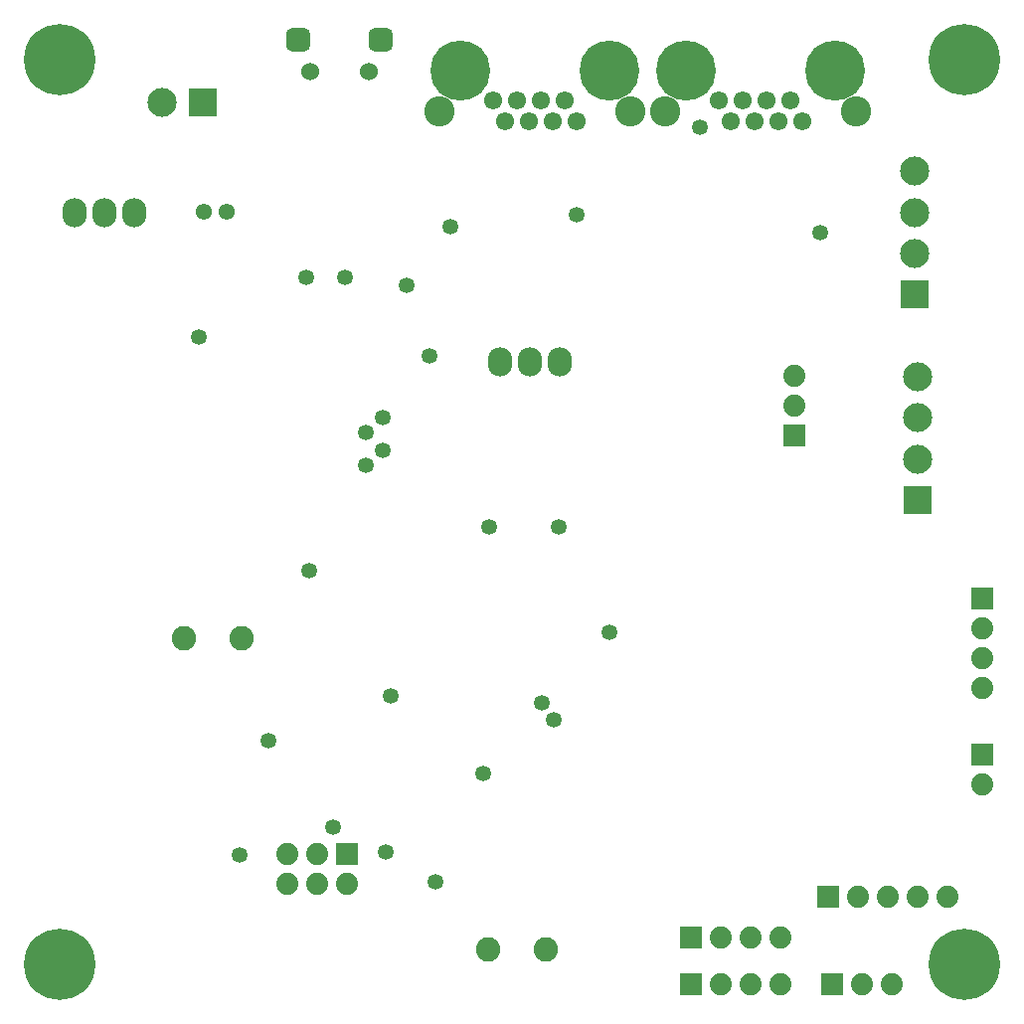
<source format=gbs>
G04 Layer_Color=16711935*
%FSLAX25Y25*%
%MOIN*%
G70*
G01*
G75*
%ADD60C,0.07402*%
%ADD61R,0.07402X0.07402*%
%ADD62C,0.08189*%
%ADD63R,0.07402X0.07402*%
%ADD64C,0.23937*%
%ADD65O,0.08189X0.09764*%
%ADD66C,0.05433*%
%ADD67C,0.06024*%
G04:AMPARAMS|DCode=68|XSize=81.89mil|YSize=77.95mil|CornerRadius=20.28mil|HoleSize=0mil|Usage=FLASHONLY|Rotation=0.000|XOffset=0mil|YOffset=0mil|HoleType=Round|Shape=RoundedRectangle|*
%AMROUNDEDRECTD68*
21,1,0.08189,0.03740,0,0,0.0*
21,1,0.04134,0.07795,0,0,0.0*
1,1,0.04055,0.02067,-0.01870*
1,1,0.04055,-0.02067,-0.01870*
1,1,0.04055,-0.02067,0.01870*
1,1,0.04055,0.02067,0.01870*
%
%ADD68ROUNDEDRECTD68*%
%ADD69C,0.09764*%
%ADD70R,0.09764X0.09764*%
%ADD71C,0.10157*%
%ADD72C,0.20118*%
%ADD73C,0.06102*%
%ADD74R,0.09764X0.09764*%
%ADD75C,0.05315*%
D60*
X313307Y38386D02*
D03*
X303307D02*
D03*
X293307D02*
D03*
X283307D02*
D03*
X237205Y8858D02*
D03*
X247205D02*
D03*
X257205D02*
D03*
X237205Y24606D02*
D03*
X247205D02*
D03*
X257205D02*
D03*
X261811Y202913D02*
D03*
Y212913D02*
D03*
X91969Y42441D02*
D03*
Y52441D02*
D03*
X101969Y42441D02*
D03*
X111969D02*
D03*
X101969Y52441D02*
D03*
X324803Y75787D02*
D03*
Y128110D02*
D03*
Y118110D02*
D03*
Y108110D02*
D03*
X294449Y8858D02*
D03*
X284449D02*
D03*
D61*
X273307Y38386D02*
D03*
X227205Y8858D02*
D03*
Y24606D02*
D03*
X111969Y52441D02*
D03*
X274449Y8858D02*
D03*
D62*
X159354Y20516D02*
D03*
X178567D02*
D03*
X57323Y125000D02*
D03*
X76535D02*
D03*
D63*
X261811Y192913D02*
D03*
X324803Y85787D02*
D03*
Y138110D02*
D03*
D64*
X15748Y318898D02*
D03*
Y15748D02*
D03*
X318898D02*
D03*
Y318898D02*
D03*
D65*
X163228Y217520D02*
D03*
X173228D02*
D03*
X183228D02*
D03*
X40512Y267717D02*
D03*
X30512D02*
D03*
X20512D02*
D03*
D66*
X63779Y267815D02*
D03*
X71653D02*
D03*
D67*
X119291Y314961D02*
D03*
X99606D02*
D03*
D68*
X123228Y325590D02*
D03*
X95669D02*
D03*
D69*
X302165Y281496D02*
D03*
Y267717D02*
D03*
Y253937D02*
D03*
X49868Y304644D02*
D03*
X303150Y212598D02*
D03*
Y198819D02*
D03*
Y185039D02*
D03*
D70*
X302165Y240158D02*
D03*
X303150Y171260D02*
D03*
D71*
X282756Y301732D02*
D03*
X218740D02*
D03*
X142953D02*
D03*
X206968D02*
D03*
D72*
X225748Y315236D02*
D03*
X275748D02*
D03*
X199961D02*
D03*
X149961D02*
D03*
D73*
X264764Y298228D02*
D03*
X260748Y305236D02*
D03*
X256732Y298228D02*
D03*
X252716Y305236D02*
D03*
X248701Y298228D02*
D03*
X244685Y305236D02*
D03*
X240669Y298228D02*
D03*
X236653Y305236D02*
D03*
X160866D02*
D03*
X164882Y298228D02*
D03*
X168898Y305236D02*
D03*
X172913Y298228D02*
D03*
X176929Y305236D02*
D03*
X180945Y298228D02*
D03*
X184961Y305236D02*
D03*
X188976Y298228D02*
D03*
D74*
X63648Y304644D02*
D03*
D75*
X177165Y103347D02*
D03*
X181102Y97441D02*
D03*
X270669Y260827D02*
D03*
X146653Y262795D02*
D03*
X99410Y147638D02*
D03*
X159449Y162402D02*
D03*
X183071D02*
D03*
X125000Y53150D02*
D03*
X85630Y90551D02*
D03*
X124016Y198819D02*
D03*
X118110Y183071D02*
D03*
X124016Y187992D02*
D03*
X118110Y193898D02*
D03*
X230315Y296260D02*
D03*
X75787Y52165D02*
D03*
X141732Y43307D02*
D03*
X199803Y126969D02*
D03*
X111221Y246063D02*
D03*
X98425D02*
D03*
X131890Y243110D02*
D03*
X188779Y266929D02*
D03*
X107169Y61709D02*
D03*
X139665Y219587D02*
D03*
X62402Y226083D02*
D03*
X126673Y105610D02*
D03*
X157441Y79764D02*
D03*
M02*

</source>
